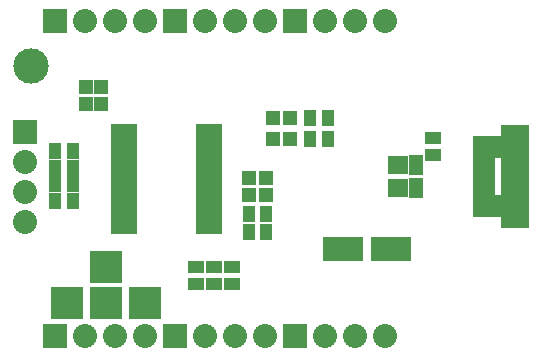
<source format=gts>
G04 #@! TF.FileFunction,Soldermask,Top*
%FSLAX46Y46*%
G04 Gerber Fmt 4.6, Leading zero omitted, Abs format (unit mm)*
G04 Created by KiCad (PCBNEW (2015-01-16 BZR 5376)-product) date 25/06/2015 00:16:14*
%MOMM*%
G01*
G04 APERTURE LIST*
%ADD10C,0.150000*%
%ADD11R,2.258000X0.958000*%
%ADD12R,2.032000X2.032000*%
%ADD13C,2.032000*%
%ADD14C,3.000000*%
%ADD15R,1.258000X1.308000*%
%ADD16R,1.308000X1.258000*%
%ADD17R,3.507740X2.009140*%
%ADD18R,1.258000X1.708000*%
%ADD19R,1.305560X1.305560*%
%ADD20R,1.758000X1.508000*%
%ADD21R,2.743200X2.743200*%
%ADD22R,1.008000X1.408000*%
%ADD23R,1.408000X1.008000*%
%ADD24R,2.405380X1.681480*%
%ADD25R,2.405380X2.882900*%
%ADD26R,2.608580X1.981200*%
%ADD27R,1.887220X0.957580*%
G04 APERTURE END LIST*
D10*
D11*
X94761500Y-54893500D03*
X94761500Y-55543500D03*
X94761500Y-56193500D03*
X94761500Y-56843500D03*
X94761500Y-57493500D03*
X94761500Y-58143500D03*
X94761500Y-58793500D03*
X94761500Y-59443500D03*
X94761500Y-60093500D03*
X94761500Y-60743500D03*
X94761500Y-61393500D03*
X94761500Y-62043500D03*
X94761500Y-62693500D03*
X94761500Y-63343500D03*
X101961500Y-63343500D03*
X101961500Y-62693500D03*
X101961500Y-62043500D03*
X101961500Y-61393500D03*
X101961500Y-60743500D03*
X101961500Y-60093500D03*
X101961500Y-59443500D03*
X101961500Y-58793500D03*
X101961500Y-58143500D03*
X101961500Y-57493500D03*
X101961500Y-56843500D03*
X101961500Y-56193500D03*
X101961500Y-55543500D03*
X101961500Y-54893500D03*
D12*
X109220000Y-45720000D03*
D13*
X111760000Y-45720000D03*
X114300000Y-45720000D03*
X116840000Y-45720000D03*
D12*
X99060000Y-45720000D03*
D13*
X101600000Y-45720000D03*
X104140000Y-45720000D03*
X106680000Y-45720000D03*
D12*
X88900000Y-45720000D03*
D13*
X91440000Y-45720000D03*
X93980000Y-45720000D03*
X96520000Y-45720000D03*
D12*
X109220000Y-72390000D03*
D13*
X111760000Y-72390000D03*
X114300000Y-72390000D03*
X116840000Y-72390000D03*
D12*
X99060000Y-72390000D03*
D13*
X101600000Y-72390000D03*
X104140000Y-72390000D03*
X106680000Y-72390000D03*
D12*
X88900000Y-72390000D03*
D13*
X91440000Y-72390000D03*
X93980000Y-72390000D03*
X96520000Y-72390000D03*
D12*
X86360000Y-55118000D03*
D13*
X86360000Y-57658000D03*
X86360000Y-60198000D03*
X86360000Y-62738000D03*
D14*
X86868000Y-49530000D03*
D15*
X91567000Y-51320000D03*
X91567000Y-52820000D03*
X92837000Y-51320000D03*
X92837000Y-52820000D03*
D16*
X105295000Y-60452000D03*
X106795000Y-60452000D03*
X105295000Y-59055000D03*
X106795000Y-59055000D03*
D17*
X117314980Y-65024000D03*
X113317020Y-65024000D03*
D18*
X119507000Y-59878000D03*
X119507000Y-57978000D03*
D19*
X107327700Y-55753000D03*
X108826300Y-55753000D03*
X107327700Y-53975000D03*
X108826300Y-53975000D03*
D20*
X117983000Y-57928000D03*
X117983000Y-59928000D03*
D21*
X96520000Y-69596000D03*
X93218000Y-69596000D03*
X89916000Y-69596000D03*
D22*
X110502000Y-55753000D03*
X112002000Y-55753000D03*
X110502000Y-53975000D03*
X112002000Y-53975000D03*
X90412000Y-58166000D03*
X88912000Y-58166000D03*
X90412000Y-56769000D03*
X88912000Y-56769000D03*
X90412000Y-60960000D03*
X88912000Y-60960000D03*
X90412000Y-59563000D03*
X88912000Y-59563000D03*
X106795000Y-63627000D03*
X105295000Y-63627000D03*
X106795000Y-62103000D03*
X105295000Y-62103000D03*
D23*
X120904000Y-55638000D03*
X120904000Y-57138000D03*
X102362000Y-66560000D03*
X102362000Y-68060000D03*
X103886000Y-66560000D03*
X103886000Y-68060000D03*
X100838000Y-66560000D03*
X100838000Y-68060000D03*
D24*
X127889000Y-59766200D03*
X127889000Y-58089800D03*
D25*
X127889000Y-56014620D03*
X127889000Y-61841380D03*
D26*
X125590300Y-56466740D03*
X125590300Y-61389260D03*
D27*
X125229620Y-60228480D03*
X125229620Y-59578240D03*
X125229620Y-58928000D03*
X125229620Y-58277760D03*
X125229620Y-57627520D03*
D21*
X93218000Y-66548000D03*
M02*

</source>
